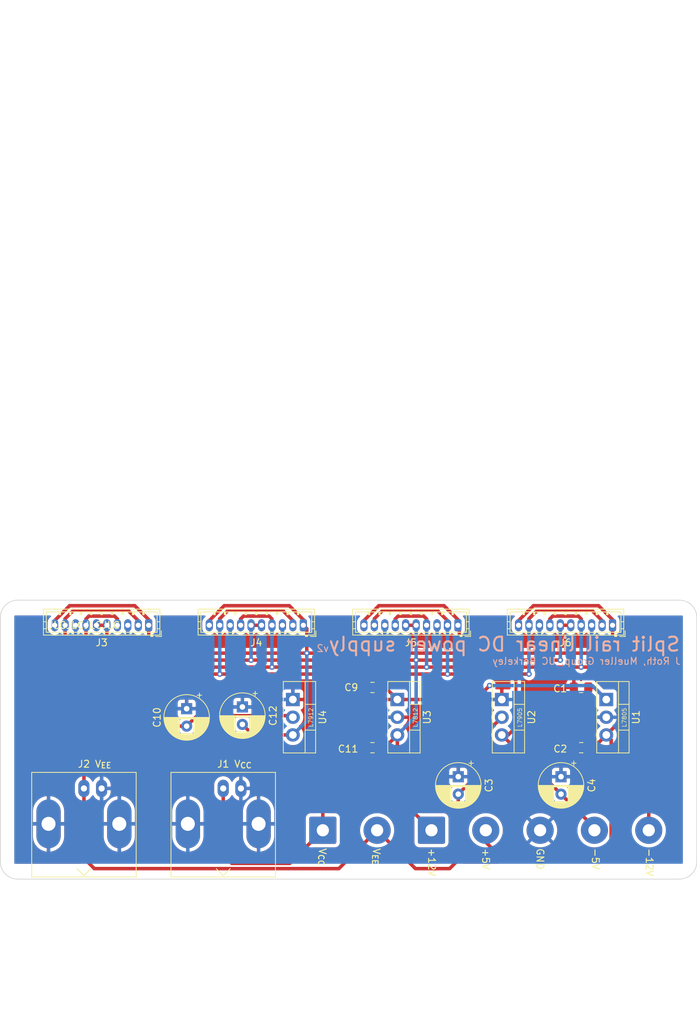
<source format=kicad_pcb>
(kicad_pcb (version 20240108) (generator "pcbnew") (generator_version "8.0")
  (layers (0 "F.Cu" signal) (31 "B.Cu" signal) (34 "B.Paste" user) (35 "F.Paste" user) (36 "B.SilkS" user "B.Silkscreen") (37 "F.SilkS" user "F.Silkscreen") (38 "B.Mask" user) (39 "F.Mask" user) (44 "Edge.Cuts" user))
  (net 0 "")
  (net 1 "VCC")
  (net 2 "GND")
  (net 3 "+12V")
  (net 4 "+5V")
  (net 5 "-5V")
  (net 6 "-12V")
  (net 7 "VEE")
  (footprint "matterwaves:BNC_Molex_0731385033" (layer "F.Cu") (at 97 143 180)
    (property "Reference" "J2" (at 0 3.5 0) (layer "F.SilkS"))
    (property "Value" "Conn_Coaxial_Power")
    (pad "1" thru_hole oval (at 0 0 180) (size 1.6 2.5) (drill 0.89) (layers "*.Cu" "*.Mask") (net 7 "VEE"))
    (pad "2" thru_hole oval (at -5.08 -5.08 180) (size 3.5 7) (drill 2.01) (layers "*.Cu" "*.Mask") (net 2 "GND"))
    (pad "2" thru_hole oval (at -2.54 0 180) (size 1.6 2.5) (drill 0.89) (layers "*.Cu" "*.Mask") (net 2 "GND"))
    (pad "2" thru_hole oval (at 5.08 -5.08 180) (size 3.5 7) (drill 2.01) (layers "*.Cu" "*.Mask") (net 2 "GND"))
  )
  (footprint "Connector_JST:JST_ZH_B10B-ZR_1x10_P1.50mm_Vertical" (layer "F.Cu") (at 150.7 119.6 180)
    (property "Reference" "J5" (at 6.75 -2.5 180) (layer "F.SilkS"))
    (property "Value" "Conn_01x10_Pin")
    (pad "1" thru_hole roundrect (at 0 0 180) (size 1.03 1.73) (drill 0.73) (layers "*.Cu" "*.Mask") (roundrect_rratio 0.242718) (net 6 "-12V"))
    (pad "2" thru_hole oval (at 1.5 0 180) (size 1.03 1.73) (drill 0.73) (layers "*.Cu" "*.Mask") (net 5 "-5V"))
    (pad "3" thru_hole oval (at 3 0 180) (size 1.03 1.73) (drill 0.73) (layers "*.Cu" "*.Mask") (net 2 "GND"))
    (pad "4" thru_hole oval (at 4.5 0 180) (size 1.03 1.73) (drill 0.73) (layers "*.Cu" "*.Mask") (net 4 "+5V"))
    (pad "5" thru_hole oval (at 6 0 180) (size 1.03 1.73) (drill 0.73) (layers "*.Cu" "*.Mask") (net 3 "+12V"))
    (pad "6" thru_hole oval (at 7.5 0 180) (size 1.03 1.73) (drill 0.73) (layers "*.Cu" "*.Mask") (net 3 "+12V"))
    (pad "7" thru_hole oval (at 9 0 180) (size 1.03 1.73) (drill 0.73) (layers "*.Cu" "*.Mask") (net 4 "+5V"))
    (pad "8" thru_hole oval (at 10.5 0 180) (size 1.03 1.73) (drill 0.73) (layers "*.Cu" "*.Mask") (net 2 "GND"))
    (pad "9" thru_hole oval (at 12 0 180) (size 1.03 1.73) (drill 0.73) (layers "*.Cu" "*.Mask") (net 5 "-5V"))
    (pad "10" thru_hole oval (at 13.5 0 180) (size 1.03 1.73) (drill 0.73) (layers "*.Cu" "*.Mask") (net 6 "-12V"))
  )
  (footprint "matterwaves:BNC_Molex_0731385033" (layer "F.Cu") (at 117 143 180)
    (property "Reference" "J1" (at 0 3.5 0) (layer "F.SilkS"))
    (property "Value" "Conn_Coaxial_Power")
    (pad "1" thru_hole oval (at 0 0 180) (size 1.6 2.5) (drill 0.89) (layers "*.Cu" "*.Mask") (net 1 "VCC"))
    (pad "2" thru_hole oval (at -5.08 -5.08 180) (size 3.5 7) (drill 2.01) (layers "*.Cu" "*.Mask") (net 2 "GND"))
    (pad "2" thru_hole oval (at -2.54 0 180) (size 1.6 2.5) (drill 0.89) (layers "*.Cu" "*.Mask") (net 2 "GND"))
    (pad "2" thru_hole oval (at 5.08 -5.08 180) (size 3.5 7) (drill 2.01) (layers "*.Cu" "*.Mask") (net 2 "GND"))
  )
  (footprint "Package_TO_SOT_THT:TO-220-3_Vertical" (layer "F.Cu") (at 142 130.25 -90)
    (property "Reference" "U3" (at 2.54 -4.27 90) (layer "F.SilkS"))
    (property "Value" "L7812")
    (pad "1" thru_hole rect (at 0 0 270) (size 1.905 2) (drill 1.1) (layers "*.Cu" "*.Mask") (net 1 "VCC"))
    (pad "2" thru_hole oval (at 2.54 0 270) (size 1.905 2) (drill 1.1) (layers "*.Cu" "*.Mask") (net 2 "GND"))
    (pad "3" thru_hole oval (at 5.08 0 270) (size 1.905 2) (drill 1.1) (layers "*.Cu" "*.Mask") (net 3 "+12V"))
  )
  (footprint "Capacitor_SMD:C_0805_2012Metric_Pad1.18x1.45mm_HandSolder" (layer "F.Cu") (at 138.43 137.16 180)
    (property "Reference" "C11" (at 3.5 -0.17 0) (layer "F.SilkS"))
    (property "Value" "100n")
    (pad "1" smd roundrect (at -1.0375 0 180) (size 1.175 1.45) (layers "F.Cu" "F.Paste" "F.Mask") (roundrect_rratio 0.212766) (net 3 "+12V"))
    (pad "2" smd roundrect (at 1.0375 0 180) (size 1.175 1.45) (layers "F.Cu" "F.Paste" "F.Mask") (roundrect_rratio 0.212766) (net 2 "GND"))
  )
  (footprint "Capacitor_SMD:C_0805_2012Metric_Pad1.18x1.45mm_HandSolder" (layer "F.Cu") (at 168.3805 128.524 180)
    (property "Reference" "C1" (at 3 -0.17 0) (layer "F.SilkS"))
    (property "Value" "330n")
    (pad "1" smd roundrect (at -1.0375 0 180) (size 1.175 1.45) (layers "F.Cu" "F.Paste" "F.Mask") (roundrect_rratio 0.2127659574) (net 1 "VCC"))
    (pad "2" smd roundrect (at 1.0375 0 180) (size 1.175 1.45) (layers "F.Cu" "F.Paste" "F.Mask") (roundrect_rratio 0.2127659574) (net 2 "GND"))
  )
  (footprint "Capacitor_SMD:C_0805_2012Metric_Pad1.18x1.45mm_HandSolder" (layer "F.Cu") (at 168.402 137.16 180)
    (property "Reference" "C2" (at 3 -0.17 0) (layer "F.SilkS"))
    (property "Value" "100n")
    (pad "1" smd roundrect (at -1.0375 0 180) (size 1.175 1.45) (layers "F.Cu" "F.Paste" "F.Mask") (roundrect_rratio 0.2127659574) (net 4 "+5V"))
    (pad "2" smd roundrect (at 1.0375 0 180) (size 1.175 1.45) (layers "F.Cu" "F.Paste" "F.Mask") (roundrect_rratio 0.2127659574) (net 2 "GND"))
  )
  (footprint "Connector_Wire:SolderWire-1sqmm_1x02_P7.8mm_D1.4mm_OD3.9mm" (layer "F.Cu") (at 131.3 149)
    (property "Reference" "J8" (hide yes))
    (property "Value" "Conn_01x02")
    (pad "1" thru_hole roundrect (at 0 0) (size 3.9 3.9) (drill 1.75) (layers "*.Cu" "*.Mask") (roundrect_rratio 0.064103) (net 1 "VCC"))
    (pad "2" thru_hole circle (at 7.8 0) (size 3.9 3.9) (drill 1.75) (layers "*.Cu" "*.Mask") (net 7 "VEE"))
  )
  (footprint "Connector_JST:JST_ZH_B10B-ZR_1x10_P1.50mm_Vertical" (layer "F.Cu") (at 172.9 119.6 180)
    (property "Reference" "J6" (at 6.75 -2.5 180) (layer "F.SilkS"))
    (property "Value" "Conn_01x10_Pin")
    (pad "1" thru_hole roundrect (at 0 0 180) (size 1.03 1.73) (drill 0.73) (layers "*.Cu" "*.Mask") (roundrect_rratio 0.242718) (net 6 "-12V"))
    (pad "2" thru_hole oval (at 1.5 0 180) (size 1.03 1.73) (drill 0.73) (layers "*.Cu" "*.Mask") (net 5 "-5V"))
    (pad "3" thru_hole oval (at 3 0 180) (size 1.03 1.73) (drill 0.73) (layers "*.Cu" "*.Mask") (net 2 "GND"))
    (pad "4" thru_hole oval (at 4.5 0 180) (size 1.03 1.73) (drill 0.73) (layers "*.Cu" "*.Mask") (net 4 "+5V"))
    (pad "5" thru_hole oval (at 6 0 180) (size 1.03 1.73) (drill 0.73) (layers "*.Cu" "*.Mask") (net 3 "+12V"))
    (pad "6" thru_hole oval (at 7.5 0 180) (size 1.03 1.73) (drill 0.73) (layers "*.Cu" "*.Mask") (net 3 "+12V"))
    (pad "7" thru_hole oval (at 9 0 180) (size 1.03 1.73) (drill 0.73) (layers "*.Cu" "*.Mask") (net 4 "+5V"))
    (pad "8" thru_hole oval (at 10.5 0 180) (size 1.03 1.73) (drill 0.73) (layers "*.Cu" "*.Mask") (net 2 "GND"))
    (pad "9" thru_hole oval (at 12 0 180) (size 1.03 1.73) (drill 0.73) (layers "*.Cu" "*.Mask") (net 5 "-5V"))
    (pad "10" thru_hole oval (at 13.5 0 180) (size 1.03 1.73) (drill 0.73) (layers "*.Cu" "*.Mask") (net 6 "-12V"))
  )
  (footprint "Package_TO_SOT_THT:TO-220-3_Vertical" (layer "F.Cu") (at 127 130.25 -90)
    (property "Reference" "U4" (at 2.54 -4.27 90) (layer "F.SilkS"))
    (property "Value" "L7912")
    (pad "1" thru_hole rect (at 0 0 270) (size 1.905 2) (drill 1.1) (layers "*.Cu" "*.Mask") (net 2 "GND"))
    (pad "2" thru_hole oval (at 2.54 0 270) (size 1.905 2) (drill 1.1) (layers "*.Cu" "*.Mask") (net 7 "VEE"))
    (pad "3" thru_hole oval (at 5.08 0 270) (size 1.905 2) (drill 1.1) (layers "*.Cu" "*.Mask") (net 6 "-12V"))
  )
  (footprint "Capacitor_THT:CP_Radial_D6.3mm_P2.50mm" (layer "F.Cu") (at 111.75 131.567621 -90)
    (property "Reference" "C10" (at 1.25 4.25 90) (layer "F.SilkS"))
    (property "Value" "2.2u")
    (pad "1" thru_hole rect (at 0 0 270) (size 1.6 1.6) (drill 0.8) (layers "*.Cu" "*.Mask") (net 2 "GND"))
    (pad "2" thru_hole circle (at 2.5 0 270) (size 1.6 1.6) (drill 0.8) (layers "*.Cu" "*.Mask") (net 7 "VEE"))
  )
  (footprint "Connector_Wire:SolderWire-1sqmm_1x05_P7.8mm_D1.4mm_OD3.9mm" (layer "F.Cu") (at 146.9 149)
    (property "Reference" "J7" (hide yes))
    (property "Value" "Conn_01x05")
    (pad "1" thru_hole roundrect (at 0 0) (size 3.9 3.9) (drill 1.75) (layers "*.Cu" "*.Mask") (roundrect_rratio 0.064103) (net 3 "+12V"))
    (pad "2" thru_hole circle (at 7.8 0) (size 3.9 3.9) (drill 1.75) (layers "*.Cu" "*.Mask") (net 4 "+5V"))
    (pad "3" thru_hole circle (at 15.6 0) (size 3.9 3.9) (drill 1.75) (layers "*.Cu" "*.Mask") (net 2 "GND"))
    (pad "4" thru_hole circle (at 23.4 0) (size 3.9 3.9) (drill 1.75) (layers "*.Cu" "*.Mask") (net 5 "-5V"))
    (pad "5" thru_hole circle (at 31.2 0) (size 3.9 3.9) (drill 1.75) (layers "*.Cu" "*.Mask") (net 6 "-12V"))
  )
  (footprint "Capacitor_SMD:C_0805_2012Metric_Pad1.18x1.45mm_HandSolder" (layer "F.Cu") (at 138.43 128.524 180)
    (property "Reference" "C9" (at 3.048 0 360) (layer "F.SilkS"))
    (property "Value" "330n")
    (pad "1" smd roundrect (at -1.0375 0 180) (size 1.175 1.45) (layers "F.Cu" "F.Paste" "F.Mask") (roundrect_rratio 0.212766) (net 1 "VCC"))
    (pad "2" smd roundrect (at 1.0375 0 180) (size 1.175 1.45) (layers "F.Cu" "F.Paste" "F.Mask") (roundrect_rratio 0.212766) (net 2 "GND"))
  )
  (footprint "Connector_JST:JST_ZH_B10B-ZR_1x10_P1.50mm_Vertical" (layer "F.Cu") (at 128.5 119.6 180)
    (property "Reference" "J4" (at 6.75 -2.5 180) (layer "F.SilkS"))
    (property "Value" "Conn_01x10_Pin")
    (pad "1" thru_hole roundrect (at 0 0 180) (size 1.03 1.73) (drill 0.73) (layers "*.Cu" "*.Mask") (roundrect_rratio 0.242718) (net 6 "-12V"))
    (pad "2" thru_hole oval (at 1.5 0 180) (size 1.03 1.73) (drill 0.73) (layers "*.Cu" "*.Mask") (net 5 "-5V"))
    (pad "3" thru_hole oval (at 3 0 180) (size 1.03 1.73) (drill 0.73) (layers "*.Cu" "*.Mask") (net 2 "GND"))
    (pad "4" thru_hole oval (at 4.5 0 180) (size 1.03 1.73) (drill 0.73) (layers "*.Cu" "*.Mask") (net 4 "+5V"))
    (pad "5" thru_hole oval (at 6 0 180) (size 1.03 1.73) (drill 0.73) (layers "*.Cu" "*.Mask") (net 3 "+12V"))
    (pad "6" thru_hole oval (at 7.5 0 180) (size 1.03 1.73) (drill 0.73) (layers "*.Cu" "*.Mask") (net 3 "+12V"))
    (pad "7" thru_hole oval (at 9 0 180) (size 1.03 1.73) (drill 0.73) (layers "*.Cu" "*.Mask") (net 4 "+5V"))
    (pad "8" thru_hole oval (at 10.5 0 180) (size 1.03 1.73) (drill 0.73) (layers "*.Cu" "*.Mask") (net 2 "GND"))
    (pad "9" thru_hole oval (at 12 0 180) (size 1.03 1.73) (drill 0.73) (layers "*.Cu" "*.Mask") (net 5 "-5V"))
    (pad "10" thru_hole oval (at 13.5 0 180) (size 1.03 1.73) (drill 0.73) (layers "*.Cu" "*.Mask") (net 6 "-12V"))
  )
  (footprint "Capacitor_THT:CP_Radial_D6.3mm_P2.50mm" (layer "F.Cu") (at 165.5 141.317621 -90)
    (property "Reference" "C4" (at 1.25 -4.4 90) (layer "F.SilkS"))
    (property "Value" "1u")
    (pad "1" thru_hole rect (at 0 0 270) (size 1.6 1.6) (drill 0.8) (layers "*.Cu" "*.Mask") (net 2 "GND"))
    (pad "2" thru_hole circle (at 2.5 0 270) (size 1.6 1.6) (drill 0.8) (layers "*.Cu" "*.Mask") (net 5 "-5V"))
  )
  (footprint "Package_TO_SOT_THT:TO-220-3_Vertical" (layer "F.Cu") (at 157 130.25 -90)
    (property "Reference" "U2" (at 2.54 -4.27 90) (layer "F.SilkS"))
    (property "Value" "L7905")
    (pad "1" thru_hole rect (at 0 0 270) (size 1.905 2) (drill 1.1) (layers "*.Cu" "*.Mask") (net 2 "GND"))
    (pad "2" thru_hole oval (at 2.54 0 270) (size 1.905 2) (drill 1.1) (layers "*.Cu" "*.Mask") (net 7 "VEE"))
    (pad "3" thru_hole oval (at 5.08 0 270) (size 1.905 2) (drill 1.1) (layers "*.Cu" "*.Mask") (net 5 "-5V"))
  )
  (footprint "Package_TO_SOT_THT:TO-220-3_Vertical" (layer "F.Cu") (at 172 130.25 -90)
    (property "Reference" "U1" (at 2.54 -4.27 90) (layer "F.SilkS"))
    (property "Value" "L7805")
    (pad "1" thru_hole rect (at 0 0 270) (size 1.905 2) (drill 1.1) (layers "*.Cu" "*.Mask") (net 1 "VCC"))
    (pad "2" thru_hole oval (at 2.54 0 270) (size 1.905 2) (drill 1.1) (layers "*.Cu" "*.Mask") (net 2 "GND"))
    (pad "3" thru_hole oval (at 5.08 0 270) (size 1.905 2) (drill 1.1) (layers "*.Cu" "*.Mask") (net 4 "+5V"))
  )
  (footprint "Capacitor_THT:CP_Radial_D6.3mm_P2.50mm" (layer "F.Cu") (at 150.75 141.317621 -90)
    (property "Reference" "C3" (at 1.25 -4.4 90) (layer "F.SilkS"))
    (property "Value" "2.2u")
    (pad "1" thru_hole rect (at 0 0 270) (size 1.6 1.6) (drill 0.8) (layers "*.Cu" "*.Mask") (net 2 "GND"))
    (pad "2" thru_hole circle (at 2.5 0 270) (size 1.6 1.6) (drill 0.8) (layers "*.Cu" "*.Mask") (net 7 "VEE"))
  )
  (footprint "Capacitor_THT:CP_Radial_D6.3mm_P2.50mm" (layer "F.Cu") (at 119.75 131.317621 -90)
    (property "Reference" "C12" (at 1.25 -4.4 90) (layer "F.SilkS"))
    (property "Value" "1u")
    (pad "1" thru_hole rect (at 0 0 270) (size 1.6 1.6) (drill 0.8) (layers "*.Cu" "*.Mask") (net 2 "GND"))
    (pad "2" thru_hole circle (at 2.5 0 270) (size 1.6 1.6) (drill 0.8) (layers "*.Cu" "*.Mask") (net 6 "-12V"))
  )
  (footprint "Connector_JST:JST_ZH_B10B-ZR_1x10_P1.50mm_Vertical" (layer "F.Cu") (at 106.3 119.6 180)
    (property "Reference" "J3" (at 6.75 -2.5 180) (layer "F.SilkS"))
    (property "Value" "Conn_01x10_Pin")
    (pad "1" thru_hole roundrect (at 0 0 180) (size 1.03 1.73) (drill 0.73) (layers "*.Cu" "*.Mask") (roundrect_rratio 0.242718) (net 6 "-12V"))
    (pad "2" thru_hole oval (at 1.5 0 180) (size 1.03 1.73) (drill 0.73) (layers "*.Cu" "*.Mask") (net 5 "-5V"))
    (pad "3" thru_hole oval (at 3 0 180) (size 1.03 1.73) (drill 0.73) (layers "*.Cu" "*.Mask") (net 2 "GND"))
    (pad "4" thru_hole oval (at 4.5 0 180) (size 1.03 1.73) (drill 0.73) (layers "*.Cu" "*.Mask") (net 4 "+5V"))
    (pad "5" thru_hole oval (at 6 0 180) (size 1.03 1.73) (drill 0.73) (layers "*.Cu" "*.Mask") (net 3 "+12V"))
    (pad "6" thru_hole oval (at 7.5 0 180) (size 1.03 1.73) (drill 0.73) (layers "*.Cu" "*.Mask") (net 3 "+12V"))
    (pad "7" thru_hole oval (at 9 0 180) (size 1.03 1.73) (drill 0.73) (layers "*.Cu" "*.Mask") (net 4 "+5V"))
    (pad "8" thru_hole oval (at 10.5 0 180) (size 1.03 1.73) (drill 0.73) (layers "*.Cu" "*.Mask") (net 2 "GND"))
    (pad "9" thru_hole oval (at 12 0 180) (size 1.03 1.73) (drill 0.73) (layers "*.Cu" "*.Mask") (net 5 "-5V"))
    (pad "10" thru_hole oval (at 13.5 0 180) (size 1.03 1.73) (drill 0.73) (layers "*.Cu" "*.Mask") (net 6 "-12V"))
  )
  (gr_arc (start 87.5 156) (mid 85.732233 155.267767) (end 85 153.5) (stroke (width 0.1)) (layer "Edge.Cuts"))
  (gr_line (start 185 118.5) (end 185 153.5) (stroke (width 0.1)) (layer "Edge.Cuts"))
  (gr_line (start 87.5 116) (end 182.5 116) (stroke (width 0.1)) (layer "Edge.Cuts"))
  (gr_arc (start 182.5 116) (mid 184.267767 116.732233) (end 185 118.5) (stroke (width 0.1)) (layer "Edge.Cuts"))
  (gr_line (start 87.5 156) (end 182.5 156) (stroke (width 0.1)) (layer "Edge.Cuts"))
  (gr_arc (start 185 153.5) (mid 184.267767 155.267767) (end 182.5 156) (stroke (width 0.1)) (layer "Edge.Cuts"))
  (gr_arc (start 85 118.5) (mid 85.732233 116.732233) (end 87.5 116) (stroke (width 0.1)) (layer "Edge.Cuts"))
  (gr_line (start 85 118.5) (end 85 153.5) (stroke (width 0.1)) (layer "Edge.Cuts"))
  (gr_text "J Roth, Mueller Group, UC Berkeley" (at 182.75 124.75 0) (layer "B.SilkS") (effects (font (size 1 1)) (justify left mirror)))
  (gr_text "Split rail linear DC power supply" (at 182.75 123.5 0) (layer "B.SilkS") (effects (font (size 2 2) (thickness 0.3)) (justify left bottom mirror)))
  (gr_text "v2" (at 132.25 123.5 0) (layer "B.SilkS") (effects (font (size 1 1)) (justify left bottom mirror)))
  (gr_text "+5V" (at 154.7 151.5 270) (layer "F.SilkS") (effects (font (size 1 1)) (justify left)))
  (gr_text "GND" (at 162.5 151.5 270) (layer "F.SilkS") (effects (font (size 1 1)) (justify left)))
  (gr_text "V_{EE}" (at 98.5 139.5 0) (layer "F.SilkS") (effects (font (size 1 1)) (justify left)))
  (gr_text "-12V" (at 178.2 151.5 270) (layer "F.SilkS") (effects (font (size 1 1)) (justify left)))
  (gr_text "L7805" (at 174.25 132.83 90) (layer "F.SilkS") (effects (font (size 0.6 0.6) (thickness 0.08)) (justify top)))
  (gr_text "L7912" (at 129.25 132.83 90) (layer "F.SilkS") (effects (font (size 0.6 0.6) (thickness 0.08)) (justify top)))
  (gr_text "+12V" (at 146.95 151.5 270) (layer "F.SilkS") (effects (font (size 1 1)) (justify left)))
  (gr_text "JLCJLCJLCJLC" (at 97 119.6 0) (layer "F.SilkS") (effects (font (size 1 1))))
  (gr_text "V_{EE}" (at 139 151.5 270) (layer "F.SilkS") (effects (font (size 1 1)) (justify left)))
  (gr_text "L7812" (at 144.25 132.83 90) (layer "F.SilkS") (effects (font (size 0.6 0.6) (thickness 0.08)) (justify top)))
  (gr_text "L7905" (at 159.25 132.83 90) (layer "F.SilkS") (effects (font (size 0.6 0.6) (thickness 0.08)) (justify top)))
  (gr_text "-5V" (at 170.45 151.5 270) (layer "F.SilkS") (effects (font (size 1 1)) (justify left)))
  (gr_text "V_{CC}" (at 118.5 139.5 0) (layer "F.SilkS") (effects (font (size 1 1)) (justify left)))
  (gr_text "V_{CC}" (at 131.25 151.5 270) (layer "F.SilkS") (effects (font (size 1 1)) (justify left)))
  (segment (start 142 130.25) (end 153.25 130.25) (width 0.5) (layer "F.Cu") (net 1))
  (segment (start 117 152.5) (end 118.25 153.75) (width 0.5) (layer "F.Cu") (net 1))
  (segment (start 117 143) (end 117 152.5) (width 0.5) (layer "F.Cu") (net 1))
  (segment (start 140.274 128.524) (end 142 130.25) (width 0.5) (layer "F.Cu") (net 1))
  (segment (start 139.4675 128.524) (end 140.274 128.524) (width 0.5) (layer "F.Cu") (net 1))
  (segment (start 118.25 153.75) (end 126.55 153.75) (width 0.5) (layer "F.Cu") (net 1))
  (segment (start 131.3 138.2) (end 131.3 149) (width 0.5) (layer "F.Cu") (net 1))
  (segment (start 139.25 130.25) (end 131.3 138.2) (width 0.5) (layer "F.Cu") (net 1))
  (segment (start 153.25 130.25) (end 155.25 128.25) (width 0.5) (layer "F.Cu") (net 1))
  (segment (start 126.55 153.75) (end 131.3 149) (width 0.5) (layer "F.Cu") (net 1))
  (segment (start 142 130.25) (end 139.25 130.25) (width 0.5) (layer "F.Cu") (net 1))
  (segment (start 169.418 128.524) (end 170.274 128.524) (width 0.5) (layer "F.Cu") (net 1))
  (segment (start 170.274 128.524) (end 172 130.25) (width 0.5) (layer "F.Cu") (net 1))
  (via (at 155.25 128.25) (size 0.8) (drill 0.4) (layers "F.Cu" "B.Cu") (net 1))
  (segment (start 170 128.25) (end 172 130.25) (width 0.5) (layer "B.Cu") (net 1))
  (segment (start 155.25 128.25) (end 170 128.25) (width 0.5) (layer "B.Cu") (net 1))
  (segment (start 121 124.6) (end 102.7 124.6) (width 0.5) (layer "F.Cu") (net 3))
  (segment (start 144.7 119.6) (end 143.2 119.6) (width 0.5) (layer "F.Cu") (net 3))
  (segment (start 142 144.1) (end 146.9 149) (width 0.5) (layer "F.Cu") (net 3))
  (segment (start 139.4675 137.16) (end 140.17 137.16) (width 0.5) (layer "F.Cu") (net 3))
  (segment (start 100.3 122.2) (end 100.3 119.6) (width 0.5) (layer "F.Cu") (net 3))
  (segment (start 122.5 119.6) (end 121 119.6) (width 0.5) (layer "F.Cu") (net 3))
  (segment (start 140.17 137.16) (end 142 135.33) (width 0.5) (layer "F.Cu") (net 3))
  (segment (start 102.7 124.6) (end 100.3 122.2) (width 0.5) (layer "F.Cu") (net 3))
  (segment (start 144.7 124.6) (end 165.4 124.6) (width 0.5) (layer "F.Cu") (net 3))
  (segment (start 121 124.6) (end 144.7 124.6) (width 0.5) (layer "F.Cu") (net 3))
  (segment (start 142 135.33) (end 142 144.1) (width 0.5) (layer "F.Cu") (net 3))
  (segment (start 100.3 119.6) (end 98.8 119.6) (width 0.5) (layer "F.Cu") (net 3))
  (segment (start 166.9 119.6) (end 165.4 119.6) (width 0.5) (layer "F.Cu") (net 3))
  (via (at 144.7 124.6) (size 0.8) (drill 0.4) (layers "F.Cu" "B.Cu") (net 3))
  (via (at 165.4 124.6) (size 0.8) (drill 0.4) (layers "F.Cu" "B.Cu") (net 3))
  (via (at 121 124.6) (size 0.8) (drill 0.4) (layers "F.Cu" "B.Cu") (net 3))
  (segment (start 144.7 124.6) (end 144.7 132.63) (width 0.5) (layer "B.Cu") (net 3))
  (segment (start 165.4 124.6) (end 165.4 119.6) (width 0.5) (layer "B.Cu") (net 3))
  (segment (start 144.7 132.63) (end 142 135.33) (width 0.5) (layer "B.Cu") (net 3))
  (segment (start 121 124.6) (end 121 119.6) (width 0.5) (layer "B.Cu") (net 3))
  (segment (start 144.7 124.6) (end 144.7 119.6) (width 0.5) (layer "B.Cu") (net 3))
  (segment (start 100.6 125.6) (end 124 125.6) (width 0.5) (layer "F.Cu") (net 4))
  (segment (start 101.385 118.285) (end 101.8 118.7) (width 0.5) (layer "F.Cu") (net 4))
  (segment (start 168.4 125.6) (end 172.6 125.6) (width 0.5) (layer "F.Cu") (net 4))
  (segment (start 119.5 118.7) (end 119.915 118.285) (width 0.5) (layer "F.Cu") (net 4))
  (segment (start 141.7 118.7) (end 142.115 118.285) (width 0.5) (layer "F.Cu") (net 4))
  (segment (start 169.4395 137.16) (end 170.17 137.16) (width 0.5) (layer "F.Cu") (net 4))
  (segment (start 124 118.7) (end 124 119.6) (width 0.5) (layer "F.Cu") (net 4))
  (segment (start 124 125.6) (end 146.2 125.6) (width 0.5) (layer "F.Cu") (net 4))
  (segment (start 172 135.33) (end 172.7 136.03) (width 0.5) (layer "F.Cu") (net 4))
  (segment (start 123.585 118.285) (end 124 118.7) (width 0.5) (layer "F.Cu") (net 4))
  (segment (start 168.4 118.7) (end 168.4 119.6) (width 0.5) (layer "F.Cu") (net 4))
  (segment (start 163.9 118.7) (end 164.315 118.285) (width 0.5) (layer "F.Cu") (net 4))
  (segment (start 119.5 119.6) (end 119.5 118.7) (width 0.5) (layer "F.Cu") (net 4))
  (segment (start 97.3 119.6) (end 97.3 118.7) (width 0.5) (layer "F.Cu") (net 4))
  (segment (start 170.17 137.16) (end 172 135.33) (width 0.5) (layer "F.Cu") (net 4))
  (segment (start 173.75 126.75) (end 173.75 133.58) (width 0.5) (layer "F.Cu") (net 4))
  (segment (start 173.75 133.58) (end 172 135.33) (width 0.5) (layer "F.Cu") (net 4))
  (segment (start 164.315 118.285) (end 167.985 118.285) (width 0.5) (layer "F.Cu") (net 4))
  (segment (start 145.785 118.285) (end 146.2 118.7) (width 0.5) (layer "F.Cu") (net 4))
  (segment (start 97.3 122.3) (end 100.6 125.6) (width 0.5) (layer "F.Cu") (net 4))
  (segment (start 154.7 150.7) (end 154.7 149) (width 0.5) (layer "F.Cu") (net 4))
  (segment (start 141.7 119.6) (end 141.7 118.7) (width 0.5) (layer "F.Cu") (net 4))
  (segment (start 171 153.25) (end 157.25 153.25) (width 0.5) (layer "F.Cu") (net 4))
  (segment (start 101.8 118.7) (end 101.8 119.6) (width 0.5) (layer "F.Cu") (net 4))
  (segment (start 167.985 118.285) (end 168.4 118.7) (width 0.5) (layer "F.Cu") (net 4))
  (segment (start 172.7 151.55) (end 171 153.25) (width 0.5) (layer "F.Cu") (net 4))
  (segment (start 119.915 118.285) (end 123.585 118.285) (width 0.5) (layer "F.Cu") (net 4))
  (segment (start 172.6 125.6) (end 173.75 126.75) (width 0.5) (layer "F.Cu") (net 4))
  (segment (start 146.2 118.7) (end 146.2 119.6) (width 0.5) (layer "F.Cu") (net 4))
  (segment (start 157.25 153.25) (end 154.7 150.7) (width 0.5) (layer "F.Cu") (net 4))
  (segment (start 97.3 118.7) (end 97.715 118.285) (width 0.5) (layer "F.Cu") (net 4))
  (segment (start 97.715 118.285) (end 101.385 118.285) (width 0.5) (layer "F.Cu") (net 4))
  (segment (start 142.115 118.285) (end 145.785 118.285) (width 0.5) (layer "F.Cu") (net 4))
  (segment (start 146.2 125.6) (end 168.4 125.6) (width 0.5) (layer "F.Cu") (net 4))
  (segment (start 172.7 136.03) (end 172.7 151.55) (width 0.5) (layer "F.Cu") (net 4))
  (segment (start 97.3 119.6) (end 97.3 122.3) (width 0.5) (layer "F.Cu") (net 4))
  (segment (start 163.9 119.6) (end 163.9 118.7) (width 0.5) (layer "F.Cu") (net 4))
  (via (at 146.2 125.6) (size 0.8) (drill 0.4) (layers "F.Cu" "B.Cu") (net 4))
  (via (at 124 125.6) (size 0.8) (drill 0.4) (layers "F.Cu" "B.Cu") (net 4))
  (via (at 168.4 125.6) (size 0.8) (drill 0.4) (layers "F.Cu" "B.Cu") (net 4))
  (segment (start 146.2 125.6) (end 146.2 119.6) (width 0.5) (layer "B.Cu") (net 4))
  (segment (start 124 119.6) (end 124 125.6) (width 0.5) (layer "B.Cu") (net 4))
  (segment (start 168.4 125.6) (end 168.4 119.6) (width 0.5) (layer "B.Cu") (net 4))
  (segment (start 160.9 118.665) (end 160.9 119.6) (width 0.5) (layer "F.Cu") (net 5))
  (segment (start 159 134.25) (end 159 126.6) (width 0.5) (layer "F.Cu") (net 5))
  (segment (start 149.2 119.6) (end 149.2 118.935) (width 0.5) (layer "F.Cu") (net 5))
  (segment (start 157.92 135.33) (end 159 134.25) (width 0.5) (layer "F.Cu") (net 5))
  (segment (start 149.2 126.6) (end 159 126.6) (width 0.5) (layer "F.Cu") (net 5))
  (segment (start 149.2 118.935) (end 147.765 117.5) (width 0.5) (layer "F.Cu") (net 5))
  (segment (start 171.4 118.935) (end 169.965 117.5) (width 0.5) (layer "F.Cu") (net 5))
  (segment (start 157 135.33) (end 157.92 135.33) (width 0.5) (layer "F.Cu") (net 5))
  (segment (start 116.5 118.665) (end 116.5 119.6) (width 0.5) (layer "F.Cu") (net 5))
  (segment (start 95.465 117.5) (end 94.3 118.665) (width 0.5) (layer "F.Cu") (net 5))
  (segment (start 157.012379 135.33) (end 157 135.33) (width 0.5) (layer "F.Cu") (net 5))
  (segment (start 94.3 118.665) (end 94.3 119.6) (width 0.5) (layer "F.Cu") (net 5))
  (segment (start 171.4 119.6) (end 171.4 118.935) (width 0.5) (layer "F.Cu") (net 5))
  (segment (start 159 126.6) (end 160.9 126.6) (width 0.5) (layer "F.Cu") (net 5))
  (segment (start 170.3 148.617621) (end 170.3 149) (width 0.5) (layer "F.Cu") (net 5))
  (segment (start 98.5 126.6) (end 94.3 122.4) (width 0.5) (layer "F.Cu") (net 5))
  (segment (start 165.5 143.817621) (end 157.012379 135.33) (width 0.5) (layer "F.Cu") (net 5))
  (segment (start 104.8 118.935) (end 103.365 117.5) (width 0.5) (layer "F.Cu") (net 5))
  (segment (start 169.965 117.5) (end 162.065 117.5) (width 0.5) (layer "F.Cu") (net 5))
  (segment (start 127 119.6) (end 127 118.935) (width 0.5) (layer "F.Cu") (net 5))
  (segment (start 104.8 119.6) (end 104.8 118.935) (width 0.5) (layer "F.Cu") (net 5))
  (segment (start 147.765 117.5) (end 139.865 117.5) (width 0.5) (layer "F.Cu") (net 5))
  (segment (start 117.665 117.5) (end 116.5 118.665) (width 0.5) (layer "F.Cu") (net 5))
  (segment (start 138.7 118.665) (end 138.7 119.6) (width 0.5) (layer "F.Cu") (net 5))
  (segment (start 127 118.935) (end 125.565 117.5) (width 0.5) (layer "F.Cu") (net 5))
  (segment (start 103.365 117.5) (end 95.465 117.5) (width 0.5) (layer "F.Cu") (net 5))
  (segment (start 165.5 143.817621) (end 170.3 148.617621) (width 0.5) (layer "F.Cu") (net 5))
  (segment (start 94.3 122.4) (end 94.3 119.6) (width 0.5) (layer "F.Cu") (net 5))
  (segment (start 116.5 126.6) (end 149.2 126.6) (width 0.5) (layer "F.Cu") (net 5))
  (segment (start 125.565 117.5) (end 117.665 117.5) (width 0.5) (layer "F.Cu") (net 5))
  (segment (start 162.065 117.5) (end 160.9 118.665) (width 0.5) (layer "F.Cu") (net 5))
  (segment (start 116.5 126.6) (end 98.5 126.6) (width 0.5) (layer "F.Cu") (net 5))
  (segment (start 139.865 117.5) (end 138.7 118.665) (width 0.5) (layer "F.Cu") (net 5))
  (via (at 160.9 126.6) (size 0.8) (drill 0.4) (layers "F.Cu" "B.Cu") (net 5))
  (via (at 116.5 126.6) (size 0.8) (drill 0.4) (layers "F.Cu" "B.Cu") (net 5))
  (via (at 149.2 126.6) (size 0.8) (drill 0.4) (layers "F.Cu" "B.Cu") (net 5))
  (segment (start 160.9 126.6) (end 160.9 119.6) (width 0.5) (layer "B.Cu") (net 5))
  (segment (start 149.2 119.6) (end 149.2 126.6) (width 0.5) (layer "B.Cu") (net 5))
  (segment (start 116.5 119.6) (end 116.5 126.6) (width 0.5) (layer "B.Cu") (net 5))
  (segment (start 177 123.6) (end 178.1 124.7) (width 0.5) (layer "F.Cu") (net 6))
  (segment (start 127 135.33) (end 121.262379 135.33) (width 0.5) (layer "F.Cu") (net 6))
  (segment (start 150.7 118.8) (end 150.7 119.6) (width 0.5) (layer "F.Cu") (net 6))
  (segment (start 104.3 116.8) (end 106.3 118.8) (width 0.5) (layer "F.Cu") (net 6))
  (segment (start 137.2 118.935) (end 139.335 116.8) (width 0.5) (layer "F.Cu") (net 6))
  (segment (start 148.7 116.8) (end 150.7 118.8) (width 0.5) (layer "F.Cu") (net 6))
  (segment (start 159.4 118.935) (end 161.535 116.8) (width 0.5) (layer "F.Cu") (net 6))
  (segment (start 159.4 119.6) (end 159.4 118.935) (width 0.5) (layer "F.Cu") (net 6))
  (segment (start 107.9 123.6) (end 150.9 123.6) (width 0.5) (layer "F.Cu") (net 6))
  (segment (start 172.9 119.6) (end 172.9 123.55) (width 0.5) (layer "F.Cu") (net 6))
  (segment (start 129 123.6) (end 129 120.1) (width 0.5) (layer "F.Cu") (net 6))
  (segment (start 117.135 116.8) (end 126.5 116.8) (width 0.5) (layer "F.Cu") (net 6))
  (segment (start 92.8 118.935) (end 94.935 116.8) (width 0.5) (layer "F.Cu") (net 6))
  (segment (start 172.9 123.55) (end 172.95 123.6) (width 0.5) (layer "F.Cu") (net 6))
  (segment (start 115 119.6) (end 115 118.935) (width 0.5) (layer "F.Cu") (net 6))
  (segment (start 137.2 119.6) (end 137.2 118.935) (width 0.5) (layer "F.Cu") (net 6))
  (segment (start 172.95 123.6) (end 177 123.6) (width 0.5) (layer "F.Cu") (net 6))
  (segment (start 150.7 119.6) (end 150.9 119.8) (width 0.5) (layer "F.Cu") (net 6))
  (segment (start 170.9 116.8) (end 172.9 118.8) (width 0.5) (layer "F.Cu") (net 6))
  (segment (start 128.5 118.8) (end 128.5 119.6) (width 0.5) (layer "F.Cu") (net 6))
  (segment (start 106.3 118.8) (end 106.3 119.6) (width 0.5) (layer "F.Cu") (net 6))
  (segment (start 172.9 118.8) (end 172.9 119.6) (width 0.5) (layer "F.Cu") (net 6))
  (segment (start 178.1 124.7) (end 178.1 149) (width 0.5) (layer "F.Cu") (net 6))
  (segment (start 106.3 119.6) (end 106.3 122) (width 0.5) (layer "F.Cu") (net 6))
  (segment (start 121.262379 135.33) (end 119.75 133.817621) (width 0.5) (layer "F.Cu") (net 6))
  (segment (start 139.335 116.8) (end 148.7 116.8) (width 0.5) (layer "F.Cu") (net 6))
  (segment (start 150.9 123.6) (end 172.85 123.6) (width 0.5) (layer "F.Cu") (net 6))
  (segment (start 161.535 116.8) (end 170.9 116.8) (width 0.5) (layer "F.Cu") (net 6))
  (segment (start 150.9 119.8) (end 150.9 123.6) (width 0.5) (layer "F.Cu") (net 6))
  (segment (start 129 120.1) (end 128.5 119.6) (width 0.5) (layer "F.Cu") (net 6))
  (segment (start 172.85 123.6) (end 172.9 123.55) (width 0.5) (layer "F.Cu") (net 6))
  (segment (start 106.3 122) (end 107.9 123.6) (width 0.5) (layer "F.Cu") (net 6))
  (segment (start 92.8 119.6) (end 92.8 118.935) (width 0.5) (layer "F.Cu") (net 6))
  (segment (start 126.5 116.8) (end 128.5 118.8) (width 0.5) (layer "F.Cu") (net 6))
  (segment (start 115 118.935) (end 117.135 116.8) (width 0.5) (layer "F.Cu") (net 6))
  (segment (start 94.935 116.8) (end 104.3 116.8) (width 0.5) (layer "F.Cu") (net 6))
  (via (at 129 123.6) (size 0.8) (drill 0.4) (layers "F.Cu" "B.Cu") (net 6))
  (segment (start 129 123.6) (end 129 133.33) (width 0.5) (layer "B.Cu") (net 6))
  (segment (start 129 133.33) (end 127 135.33) (width 0.5) (layer "B.Cu") (net 6))
  (segment (start 139.1 149) (end 144.6 154.5) (width 0.5) (layer "F.Cu") (net 7))
  (segment (start 97 153) (end 98.5 154.5) (width 0.5) (layer "F.Cu") (net 7))
  (segment (start 97 143) (end 97 153) (width 0.5) (layer "F.Cu") (net 7))
  (segment (start 144.6 154.5) (end 149.5 154.5) (width 0.5) (layer "F.Cu") (net 7))
  (segment (start 126.777621 132.567621) (end 113.25 132.567621) (width 0.5) (layer "F.Cu") (net 7))
  (segment (start 111.75 134.067621) (end 101.432379 134.067621) (width 0.5) (layer "F.Cu") (net 7))
  (segment (start 113.25 132.567621) (end 111.75 134.067621) (width 0.5) (layer "F.Cu") (net 7))
  (segment (start 150.75 153.25) (end 150.75 143.817621) (width 0.5) (layer "F.Cu") (net 7))
  (segment (start 149.5 154.5) (end 150.75 153.25) (width 0.5) (layer "F.Cu") (net 7))
  (segment (start 153.75 136.04) (end 153.75 140.817621) (width 0.5) (layer "F.Cu") (net 7))
  (segment (start 98.5 154.5) (end 133.6 154.5) (width 0.5) (layer "F.Cu") (net 7))
  (segment (start 133.6 154.5) (end 139.1 149) (width 0.5) (layer "F.Cu") (net 7))
  (segment (start 153.75 140.817621) (end 150.75 143.817621) (width 0.5) (layer "F.Cu") (net 7))
  (segment (start 127 132.79) (end 126.777621 132.567621) (width 0.5) (layer "F.Cu") (net 7))
  (segment (start 157 132.79) (end 153.75 136.04) (width 0.5) (layer "F.Cu") (net 7))
  (segment (start 101.432379 134.067621) (end 97 138.5) (width 0.5) (layer "F.Cu") (net 7))
  (segment (start 97 138.5) (end 97 143) (width 0.5) (layer "F.Cu") (net 7))
  (segment (start 127 132.79) (end 126.777621 132.567621) (width 0.5) (layer "B.Cu") (net 7))
  (zone (net 2) (net_name "GND") (layer "F.Cu") (connect_pads (clearance 0.5)) (min_thickness 0.25) (fill yes (thermal_gap 0.5) (thermal_bridge_width 0.5))
    (polygon (pts (xy 87 118.2) (xy 183 118.2) (xy 183 153.8) (xy 87 153.8)))
  )
  (zone (net 2) (net_name "GND") (layer "B.Cu") (connect_pads (clearance 0.5)) (min_thickness 0.25) (fill yes (thermal_gap 0.5) (thermal_bridge_width 0.5))
    (polygon (pts (xy 87 118.2) (xy 183 118.2) (xy 183 153.8) (xy 87 153.8)))
  )
)
</source>
